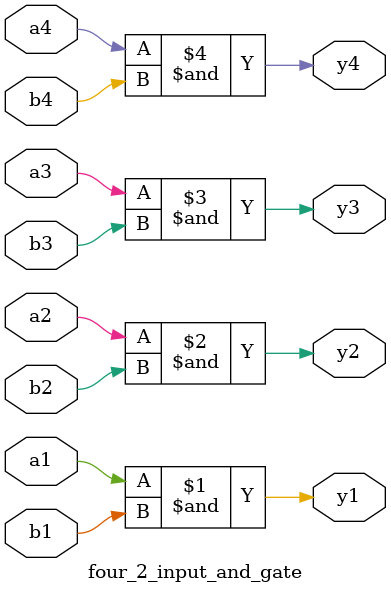
<source format=v>
`timescale 1ns / 1ps

module four_2_input_and_gate#(parameter DELAY = 10)(
    input wire a1,b1,a2,b2,a3,b3,a4,b4,
    output wire y1,y2,y3,y4
    );
    
    and #DELAY (y1,a1,b1);
    and #DELAY (y2,a2,b2);
    and #DELAY (y3,a3,b3);
    and #DELAY (y4,a4,b4);
    
endmodule

</source>
